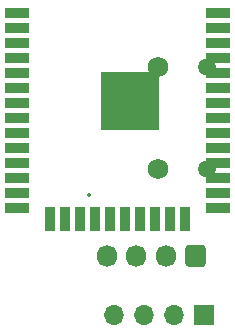
<source format=gbr>
%TF.GenerationSoftware,KiCad,Pcbnew,(5.1.9-0-10_14)*%
%TF.CreationDate,2021-06-19T10:39:17+01:00*%
%TF.ProjectId,Keypad,4b657970-6164-42e6-9b69-6361645f7063,4*%
%TF.SameCoordinates,Original*%
%TF.FileFunction,Soldermask,Bot*%
%TF.FilePolarity,Negative*%
%FSLAX46Y46*%
G04 Gerber Fmt 4.6, Leading zero omitted, Abs format (unit mm)*
G04 Created by KiCad (PCBNEW (5.1.9-0-10_14)) date 2021-06-19 10:39:17*
%MOMM*%
%LPD*%
G01*
G04 APERTURE LIST*
%ADD10C,0.350000*%
%ADD11R,2.000000X0.900000*%
%ADD12R,0.900000X2.000000*%
%ADD13R,5.000000X5.000000*%
%ADD14C,1.500000*%
%ADD15C,1.750000*%
%ADD16O,1.700000X1.850000*%
%ADD17O,1.700000X1.700000*%
%ADD18R,1.700000X1.700000*%
G04 APERTURE END LIST*
D10*
%TO.C,U2*%
X126975000Y-111325000D03*
%TD*%
D11*
%TO.C,U1*%
X120900000Y-95895000D03*
X120900000Y-97165000D03*
X120900000Y-98435000D03*
X120900000Y-99705000D03*
X120900000Y-100975000D03*
X120900000Y-102245000D03*
X120900000Y-103515000D03*
X120900000Y-104785000D03*
X120900000Y-106055000D03*
X120900000Y-107325000D03*
X120900000Y-108595000D03*
X120900000Y-109865000D03*
X120900000Y-111135000D03*
X120900000Y-112405000D03*
D12*
X123685000Y-113405000D03*
X124955000Y-113405000D03*
X126225000Y-113405000D03*
X127495000Y-113405000D03*
X128765000Y-113405000D03*
X130035000Y-113405000D03*
X131305000Y-113405000D03*
X132575000Y-113405000D03*
X133845000Y-113405000D03*
X135115000Y-113405000D03*
D11*
X137900000Y-112405000D03*
X137900000Y-111135000D03*
X137900000Y-109865000D03*
X137900000Y-108595000D03*
X137900000Y-107325000D03*
X137900000Y-106055000D03*
X137900000Y-104785000D03*
X137900000Y-103515000D03*
X137900000Y-102245000D03*
X137900000Y-100975000D03*
X137900000Y-99705000D03*
X137900000Y-98435000D03*
X137900000Y-97165000D03*
X137900000Y-95895000D03*
D13*
X130400000Y-103395000D03*
%TD*%
D14*
%TO.C,J2*%
X136990000Y-100480000D03*
X136990000Y-109120000D03*
D15*
X132820000Y-100480000D03*
X132820000Y-109120000D03*
%TD*%
D16*
%TO.C,J1*%
X128480000Y-116500000D03*
X130980000Y-116500000D03*
X133480000Y-116500000D03*
G36*
G01*
X136830000Y-115825000D02*
X136830000Y-117175000D01*
G75*
G02*
X136580000Y-117425000I-250000J0D01*
G01*
X135380000Y-117425000D01*
G75*
G02*
X135130000Y-117175000I0J250000D01*
G01*
X135130000Y-115825000D01*
G75*
G02*
X135380000Y-115575000I250000J0D01*
G01*
X136580000Y-115575000D01*
G75*
G02*
X136830000Y-115825000I0J-250000D01*
G01*
G37*
%TD*%
D17*
%TO.C,J3*%
X129080000Y-121500000D03*
X131620000Y-121500000D03*
X134160000Y-121500000D03*
D18*
X136700000Y-121500000D03*
%TD*%
M02*

</source>
